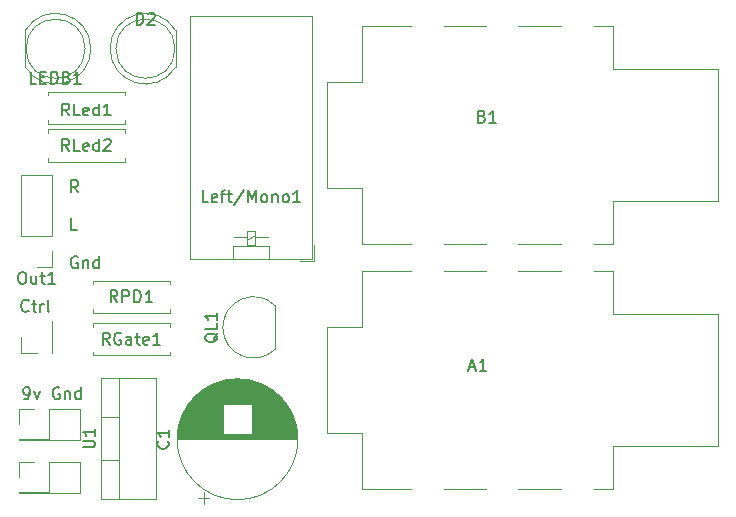
<source format=gbr>
%TF.GenerationSoftware,KiCad,Pcbnew,7.0.9*%
%TF.CreationDate,2024-06-24T14:49:53-04:00*%
%TF.ProjectId,IO,494f2e6b-6963-4616-945f-706362585858,rev?*%
%TF.SameCoordinates,Original*%
%TF.FileFunction,Legend,Top*%
%TF.FilePolarity,Positive*%
%FSLAX46Y46*%
G04 Gerber Fmt 4.6, Leading zero omitted, Abs format (unit mm)*
G04 Created by KiCad (PCBNEW 7.0.9) date 2024-06-24 14:49:53*
%MOMM*%
%LPD*%
G01*
G04 APERTURE LIST*
%ADD10C,0.150000*%
%ADD11C,0.120000*%
G04 APERTURE END LIST*
D10*
X135359398Y-110869819D02*
X135549874Y-110869819D01*
X135549874Y-110869819D02*
X135645112Y-110822200D01*
X135645112Y-110822200D02*
X135692731Y-110774580D01*
X135692731Y-110774580D02*
X135787969Y-110631723D01*
X135787969Y-110631723D02*
X135835588Y-110441247D01*
X135835588Y-110441247D02*
X135835588Y-110060295D01*
X135835588Y-110060295D02*
X135787969Y-109965057D01*
X135787969Y-109965057D02*
X135740350Y-109917438D01*
X135740350Y-109917438D02*
X135645112Y-109869819D01*
X135645112Y-109869819D02*
X135454636Y-109869819D01*
X135454636Y-109869819D02*
X135359398Y-109917438D01*
X135359398Y-109917438D02*
X135311779Y-109965057D01*
X135311779Y-109965057D02*
X135264160Y-110060295D01*
X135264160Y-110060295D02*
X135264160Y-110298390D01*
X135264160Y-110298390D02*
X135311779Y-110393628D01*
X135311779Y-110393628D02*
X135359398Y-110441247D01*
X135359398Y-110441247D02*
X135454636Y-110488866D01*
X135454636Y-110488866D02*
X135645112Y-110488866D01*
X135645112Y-110488866D02*
X135740350Y-110441247D01*
X135740350Y-110441247D02*
X135787969Y-110393628D01*
X135787969Y-110393628D02*
X135835588Y-110298390D01*
X136168922Y-110203152D02*
X136407017Y-110869819D01*
X136407017Y-110869819D02*
X136645112Y-110203152D01*
X138311779Y-109917438D02*
X138216541Y-109869819D01*
X138216541Y-109869819D02*
X138073684Y-109869819D01*
X138073684Y-109869819D02*
X137930827Y-109917438D01*
X137930827Y-109917438D02*
X137835589Y-110012676D01*
X137835589Y-110012676D02*
X137787970Y-110107914D01*
X137787970Y-110107914D02*
X137740351Y-110298390D01*
X137740351Y-110298390D02*
X137740351Y-110441247D01*
X137740351Y-110441247D02*
X137787970Y-110631723D01*
X137787970Y-110631723D02*
X137835589Y-110726961D01*
X137835589Y-110726961D02*
X137930827Y-110822200D01*
X137930827Y-110822200D02*
X138073684Y-110869819D01*
X138073684Y-110869819D02*
X138168922Y-110869819D01*
X138168922Y-110869819D02*
X138311779Y-110822200D01*
X138311779Y-110822200D02*
X138359398Y-110774580D01*
X138359398Y-110774580D02*
X138359398Y-110441247D01*
X138359398Y-110441247D02*
X138168922Y-110441247D01*
X138787970Y-110203152D02*
X138787970Y-110869819D01*
X138787970Y-110298390D02*
X138835589Y-110250771D01*
X138835589Y-110250771D02*
X138930827Y-110203152D01*
X138930827Y-110203152D02*
X139073684Y-110203152D01*
X139073684Y-110203152D02*
X139168922Y-110250771D01*
X139168922Y-110250771D02*
X139216541Y-110346009D01*
X139216541Y-110346009D02*
X139216541Y-110869819D01*
X140121303Y-110869819D02*
X140121303Y-109869819D01*
X140121303Y-110822200D02*
X140026065Y-110869819D01*
X140026065Y-110869819D02*
X139835589Y-110869819D01*
X139835589Y-110869819D02*
X139740351Y-110822200D01*
X139740351Y-110822200D02*
X139692732Y-110774580D01*
X139692732Y-110774580D02*
X139645113Y-110679342D01*
X139645113Y-110679342D02*
X139645113Y-110393628D01*
X139645113Y-110393628D02*
X139692732Y-110298390D01*
X139692732Y-110298390D02*
X139740351Y-110250771D01*
X139740351Y-110250771D02*
X139835589Y-110203152D01*
X139835589Y-110203152D02*
X140026065Y-110203152D01*
X140026065Y-110203152D02*
X140121303Y-110250771D01*
X135708207Y-103374580D02*
X135660588Y-103422200D01*
X135660588Y-103422200D02*
X135517731Y-103469819D01*
X135517731Y-103469819D02*
X135422493Y-103469819D01*
X135422493Y-103469819D02*
X135279636Y-103422200D01*
X135279636Y-103422200D02*
X135184398Y-103326961D01*
X135184398Y-103326961D02*
X135136779Y-103231723D01*
X135136779Y-103231723D02*
X135089160Y-103041247D01*
X135089160Y-103041247D02*
X135089160Y-102898390D01*
X135089160Y-102898390D02*
X135136779Y-102707914D01*
X135136779Y-102707914D02*
X135184398Y-102612676D01*
X135184398Y-102612676D02*
X135279636Y-102517438D01*
X135279636Y-102517438D02*
X135422493Y-102469819D01*
X135422493Y-102469819D02*
X135517731Y-102469819D01*
X135517731Y-102469819D02*
X135660588Y-102517438D01*
X135660588Y-102517438D02*
X135708207Y-102565057D01*
X135993922Y-102803152D02*
X136374874Y-102803152D01*
X136136779Y-102469819D02*
X136136779Y-103326961D01*
X136136779Y-103326961D02*
X136184398Y-103422200D01*
X136184398Y-103422200D02*
X136279636Y-103469819D01*
X136279636Y-103469819D02*
X136374874Y-103469819D01*
X136708208Y-103469819D02*
X136708208Y-102803152D01*
X136708208Y-102993628D02*
X136755827Y-102898390D01*
X136755827Y-102898390D02*
X136803446Y-102850771D01*
X136803446Y-102850771D02*
X136898684Y-102803152D01*
X136898684Y-102803152D02*
X136993922Y-102803152D01*
X137470113Y-103469819D02*
X137374875Y-103422200D01*
X137374875Y-103422200D02*
X137327256Y-103326961D01*
X137327256Y-103326961D02*
X137327256Y-102469819D01*
X139908207Y-93354819D02*
X139574874Y-92878628D01*
X139336779Y-93354819D02*
X139336779Y-92354819D01*
X139336779Y-92354819D02*
X139717731Y-92354819D01*
X139717731Y-92354819D02*
X139812969Y-92402438D01*
X139812969Y-92402438D02*
X139860588Y-92450057D01*
X139860588Y-92450057D02*
X139908207Y-92545295D01*
X139908207Y-92545295D02*
X139908207Y-92688152D01*
X139908207Y-92688152D02*
X139860588Y-92783390D01*
X139860588Y-92783390D02*
X139812969Y-92831009D01*
X139812969Y-92831009D02*
X139717731Y-92878628D01*
X139717731Y-92878628D02*
X139336779Y-92878628D01*
X139812969Y-96574819D02*
X139336779Y-96574819D01*
X139336779Y-96574819D02*
X139336779Y-95574819D01*
X139860588Y-98842438D02*
X139765350Y-98794819D01*
X139765350Y-98794819D02*
X139622493Y-98794819D01*
X139622493Y-98794819D02*
X139479636Y-98842438D01*
X139479636Y-98842438D02*
X139384398Y-98937676D01*
X139384398Y-98937676D02*
X139336779Y-99032914D01*
X139336779Y-99032914D02*
X139289160Y-99223390D01*
X139289160Y-99223390D02*
X139289160Y-99366247D01*
X139289160Y-99366247D02*
X139336779Y-99556723D01*
X139336779Y-99556723D02*
X139384398Y-99651961D01*
X139384398Y-99651961D02*
X139479636Y-99747200D01*
X139479636Y-99747200D02*
X139622493Y-99794819D01*
X139622493Y-99794819D02*
X139717731Y-99794819D01*
X139717731Y-99794819D02*
X139860588Y-99747200D01*
X139860588Y-99747200D02*
X139908207Y-99699580D01*
X139908207Y-99699580D02*
X139908207Y-99366247D01*
X139908207Y-99366247D02*
X139717731Y-99366247D01*
X140336779Y-99128152D02*
X140336779Y-99794819D01*
X140336779Y-99223390D02*
X140384398Y-99175771D01*
X140384398Y-99175771D02*
X140479636Y-99128152D01*
X140479636Y-99128152D02*
X140622493Y-99128152D01*
X140622493Y-99128152D02*
X140717731Y-99175771D01*
X140717731Y-99175771D02*
X140765350Y-99271009D01*
X140765350Y-99271009D02*
X140765350Y-99794819D01*
X141670112Y-99794819D02*
X141670112Y-98794819D01*
X141670112Y-99747200D02*
X141574874Y-99794819D01*
X141574874Y-99794819D02*
X141384398Y-99794819D01*
X141384398Y-99794819D02*
X141289160Y-99747200D01*
X141289160Y-99747200D02*
X141241541Y-99699580D01*
X141241541Y-99699580D02*
X141193922Y-99604342D01*
X141193922Y-99604342D02*
X141193922Y-99318628D01*
X141193922Y-99318628D02*
X141241541Y-99223390D01*
X141241541Y-99223390D02*
X141289160Y-99175771D01*
X141289160Y-99175771D02*
X141384398Y-99128152D01*
X141384398Y-99128152D02*
X141574874Y-99128152D01*
X141574874Y-99128152D02*
X141670112Y-99175771D01*
X174095238Y-86931009D02*
X174238095Y-86978628D01*
X174238095Y-86978628D02*
X174285714Y-87026247D01*
X174285714Y-87026247D02*
X174333333Y-87121485D01*
X174333333Y-87121485D02*
X174333333Y-87264342D01*
X174333333Y-87264342D02*
X174285714Y-87359580D01*
X174285714Y-87359580D02*
X174238095Y-87407200D01*
X174238095Y-87407200D02*
X174142857Y-87454819D01*
X174142857Y-87454819D02*
X173761905Y-87454819D01*
X173761905Y-87454819D02*
X173761905Y-86454819D01*
X173761905Y-86454819D02*
X174095238Y-86454819D01*
X174095238Y-86454819D02*
X174190476Y-86502438D01*
X174190476Y-86502438D02*
X174238095Y-86550057D01*
X174238095Y-86550057D02*
X174285714Y-86645295D01*
X174285714Y-86645295D02*
X174285714Y-86740533D01*
X174285714Y-86740533D02*
X174238095Y-86835771D01*
X174238095Y-86835771D02*
X174190476Y-86883390D01*
X174190476Y-86883390D02*
X174095238Y-86931009D01*
X174095238Y-86931009D02*
X173761905Y-86931009D01*
X175285714Y-87454819D02*
X174714286Y-87454819D01*
X175000000Y-87454819D02*
X175000000Y-86454819D01*
X175000000Y-86454819D02*
X174904762Y-86597676D01*
X174904762Y-86597676D02*
X174809524Y-86692914D01*
X174809524Y-86692914D02*
X174714286Y-86740533D01*
X143233333Y-102654819D02*
X142900000Y-102178628D01*
X142661905Y-102654819D02*
X142661905Y-101654819D01*
X142661905Y-101654819D02*
X143042857Y-101654819D01*
X143042857Y-101654819D02*
X143138095Y-101702438D01*
X143138095Y-101702438D02*
X143185714Y-101750057D01*
X143185714Y-101750057D02*
X143233333Y-101845295D01*
X143233333Y-101845295D02*
X143233333Y-101988152D01*
X143233333Y-101988152D02*
X143185714Y-102083390D01*
X143185714Y-102083390D02*
X143138095Y-102131009D01*
X143138095Y-102131009D02*
X143042857Y-102178628D01*
X143042857Y-102178628D02*
X142661905Y-102178628D01*
X143661905Y-102654819D02*
X143661905Y-101654819D01*
X143661905Y-101654819D02*
X144042857Y-101654819D01*
X144042857Y-101654819D02*
X144138095Y-101702438D01*
X144138095Y-101702438D02*
X144185714Y-101750057D01*
X144185714Y-101750057D02*
X144233333Y-101845295D01*
X144233333Y-101845295D02*
X144233333Y-101988152D01*
X144233333Y-101988152D02*
X144185714Y-102083390D01*
X144185714Y-102083390D02*
X144138095Y-102131009D01*
X144138095Y-102131009D02*
X144042857Y-102178628D01*
X144042857Y-102178628D02*
X143661905Y-102178628D01*
X144661905Y-102654819D02*
X144661905Y-101654819D01*
X144661905Y-101654819D02*
X144900000Y-101654819D01*
X144900000Y-101654819D02*
X145042857Y-101702438D01*
X145042857Y-101702438D02*
X145138095Y-101797676D01*
X145138095Y-101797676D02*
X145185714Y-101892914D01*
X145185714Y-101892914D02*
X145233333Y-102083390D01*
X145233333Y-102083390D02*
X145233333Y-102226247D01*
X145233333Y-102226247D02*
X145185714Y-102416723D01*
X145185714Y-102416723D02*
X145138095Y-102511961D01*
X145138095Y-102511961D02*
X145042857Y-102607200D01*
X145042857Y-102607200D02*
X144900000Y-102654819D01*
X144900000Y-102654819D02*
X144661905Y-102654819D01*
X146185714Y-102654819D02*
X145614286Y-102654819D01*
X145900000Y-102654819D02*
X145900000Y-101654819D01*
X145900000Y-101654819D02*
X145804762Y-101797676D01*
X145804762Y-101797676D02*
X145709524Y-101892914D01*
X145709524Y-101892914D02*
X145614286Y-101940533D01*
X151750057Y-105300000D02*
X151702438Y-105395238D01*
X151702438Y-105395238D02*
X151607200Y-105490476D01*
X151607200Y-105490476D02*
X151464342Y-105633333D01*
X151464342Y-105633333D02*
X151416723Y-105728571D01*
X151416723Y-105728571D02*
X151416723Y-105823809D01*
X151654819Y-105776190D02*
X151607200Y-105871428D01*
X151607200Y-105871428D02*
X151511961Y-105966666D01*
X151511961Y-105966666D02*
X151321485Y-106014285D01*
X151321485Y-106014285D02*
X150988152Y-106014285D01*
X150988152Y-106014285D02*
X150797676Y-105966666D01*
X150797676Y-105966666D02*
X150702438Y-105871428D01*
X150702438Y-105871428D02*
X150654819Y-105776190D01*
X150654819Y-105776190D02*
X150654819Y-105585714D01*
X150654819Y-105585714D02*
X150702438Y-105490476D01*
X150702438Y-105490476D02*
X150797676Y-105395238D01*
X150797676Y-105395238D02*
X150988152Y-105347619D01*
X150988152Y-105347619D02*
X151321485Y-105347619D01*
X151321485Y-105347619D02*
X151511961Y-105395238D01*
X151511961Y-105395238D02*
X151607200Y-105490476D01*
X151607200Y-105490476D02*
X151654819Y-105585714D01*
X151654819Y-105585714D02*
X151654819Y-105776190D01*
X151654819Y-104442857D02*
X151654819Y-104919047D01*
X151654819Y-104919047D02*
X150654819Y-104919047D01*
X151654819Y-103585714D02*
X151654819Y-104157142D01*
X151654819Y-103871428D02*
X150654819Y-103871428D01*
X150654819Y-103871428D02*
X150797676Y-103966666D01*
X150797676Y-103966666D02*
X150892914Y-104061904D01*
X150892914Y-104061904D02*
X150940533Y-104157142D01*
X136375952Y-84154819D02*
X135899762Y-84154819D01*
X135899762Y-84154819D02*
X135899762Y-83154819D01*
X136709286Y-83631009D02*
X137042619Y-83631009D01*
X137185476Y-84154819D02*
X136709286Y-84154819D01*
X136709286Y-84154819D02*
X136709286Y-83154819D01*
X136709286Y-83154819D02*
X137185476Y-83154819D01*
X137614048Y-84154819D02*
X137614048Y-83154819D01*
X137614048Y-83154819D02*
X137852143Y-83154819D01*
X137852143Y-83154819D02*
X137995000Y-83202438D01*
X137995000Y-83202438D02*
X138090238Y-83297676D01*
X138090238Y-83297676D02*
X138137857Y-83392914D01*
X138137857Y-83392914D02*
X138185476Y-83583390D01*
X138185476Y-83583390D02*
X138185476Y-83726247D01*
X138185476Y-83726247D02*
X138137857Y-83916723D01*
X138137857Y-83916723D02*
X138090238Y-84011961D01*
X138090238Y-84011961D02*
X137995000Y-84107200D01*
X137995000Y-84107200D02*
X137852143Y-84154819D01*
X137852143Y-84154819D02*
X137614048Y-84154819D01*
X138947381Y-83631009D02*
X139090238Y-83678628D01*
X139090238Y-83678628D02*
X139137857Y-83726247D01*
X139137857Y-83726247D02*
X139185476Y-83821485D01*
X139185476Y-83821485D02*
X139185476Y-83964342D01*
X139185476Y-83964342D02*
X139137857Y-84059580D01*
X139137857Y-84059580D02*
X139090238Y-84107200D01*
X139090238Y-84107200D02*
X138995000Y-84154819D01*
X138995000Y-84154819D02*
X138614048Y-84154819D01*
X138614048Y-84154819D02*
X138614048Y-83154819D01*
X138614048Y-83154819D02*
X138947381Y-83154819D01*
X138947381Y-83154819D02*
X139042619Y-83202438D01*
X139042619Y-83202438D02*
X139090238Y-83250057D01*
X139090238Y-83250057D02*
X139137857Y-83345295D01*
X139137857Y-83345295D02*
X139137857Y-83440533D01*
X139137857Y-83440533D02*
X139090238Y-83535771D01*
X139090238Y-83535771D02*
X139042619Y-83583390D01*
X139042619Y-83583390D02*
X138947381Y-83631009D01*
X138947381Y-83631009D02*
X138614048Y-83631009D01*
X140137857Y-84154819D02*
X139566429Y-84154819D01*
X139852143Y-84154819D02*
X139852143Y-83154819D01*
X139852143Y-83154819D02*
X139756905Y-83297676D01*
X139756905Y-83297676D02*
X139661667Y-83392914D01*
X139661667Y-83392914D02*
X139566429Y-83440533D01*
X139147618Y-89854819D02*
X138814285Y-89378628D01*
X138576190Y-89854819D02*
X138576190Y-88854819D01*
X138576190Y-88854819D02*
X138957142Y-88854819D01*
X138957142Y-88854819D02*
X139052380Y-88902438D01*
X139052380Y-88902438D02*
X139099999Y-88950057D01*
X139099999Y-88950057D02*
X139147618Y-89045295D01*
X139147618Y-89045295D02*
X139147618Y-89188152D01*
X139147618Y-89188152D02*
X139099999Y-89283390D01*
X139099999Y-89283390D02*
X139052380Y-89331009D01*
X139052380Y-89331009D02*
X138957142Y-89378628D01*
X138957142Y-89378628D02*
X138576190Y-89378628D01*
X140052380Y-89854819D02*
X139576190Y-89854819D01*
X139576190Y-89854819D02*
X139576190Y-88854819D01*
X140766666Y-89807200D02*
X140671428Y-89854819D01*
X140671428Y-89854819D02*
X140480952Y-89854819D01*
X140480952Y-89854819D02*
X140385714Y-89807200D01*
X140385714Y-89807200D02*
X140338095Y-89711961D01*
X140338095Y-89711961D02*
X140338095Y-89331009D01*
X140338095Y-89331009D02*
X140385714Y-89235771D01*
X140385714Y-89235771D02*
X140480952Y-89188152D01*
X140480952Y-89188152D02*
X140671428Y-89188152D01*
X140671428Y-89188152D02*
X140766666Y-89235771D01*
X140766666Y-89235771D02*
X140814285Y-89331009D01*
X140814285Y-89331009D02*
X140814285Y-89426247D01*
X140814285Y-89426247D02*
X140338095Y-89521485D01*
X141671428Y-89854819D02*
X141671428Y-88854819D01*
X141671428Y-89807200D02*
X141576190Y-89854819D01*
X141576190Y-89854819D02*
X141385714Y-89854819D01*
X141385714Y-89854819D02*
X141290476Y-89807200D01*
X141290476Y-89807200D02*
X141242857Y-89759580D01*
X141242857Y-89759580D02*
X141195238Y-89664342D01*
X141195238Y-89664342D02*
X141195238Y-89378628D01*
X141195238Y-89378628D02*
X141242857Y-89283390D01*
X141242857Y-89283390D02*
X141290476Y-89235771D01*
X141290476Y-89235771D02*
X141385714Y-89188152D01*
X141385714Y-89188152D02*
X141576190Y-89188152D01*
X141576190Y-89188152D02*
X141671428Y-89235771D01*
X142100000Y-88950057D02*
X142147619Y-88902438D01*
X142147619Y-88902438D02*
X142242857Y-88854819D01*
X142242857Y-88854819D02*
X142480952Y-88854819D01*
X142480952Y-88854819D02*
X142576190Y-88902438D01*
X142576190Y-88902438D02*
X142623809Y-88950057D01*
X142623809Y-88950057D02*
X142671428Y-89045295D01*
X142671428Y-89045295D02*
X142671428Y-89140533D01*
X142671428Y-89140533D02*
X142623809Y-89283390D01*
X142623809Y-89283390D02*
X142052381Y-89854819D01*
X142052381Y-89854819D02*
X142671428Y-89854819D01*
X173035714Y-108169104D02*
X173511904Y-108169104D01*
X172940476Y-108454819D02*
X173273809Y-107454819D01*
X173273809Y-107454819D02*
X173607142Y-108454819D01*
X174464285Y-108454819D02*
X173892857Y-108454819D01*
X174178571Y-108454819D02*
X174178571Y-107454819D01*
X174178571Y-107454819D02*
X174083333Y-107597676D01*
X174083333Y-107597676D02*
X173988095Y-107692914D01*
X173988095Y-107692914D02*
X173892857Y-107740533D01*
X139147618Y-86854819D02*
X138814285Y-86378628D01*
X138576190Y-86854819D02*
X138576190Y-85854819D01*
X138576190Y-85854819D02*
X138957142Y-85854819D01*
X138957142Y-85854819D02*
X139052380Y-85902438D01*
X139052380Y-85902438D02*
X139099999Y-85950057D01*
X139099999Y-85950057D02*
X139147618Y-86045295D01*
X139147618Y-86045295D02*
X139147618Y-86188152D01*
X139147618Y-86188152D02*
X139099999Y-86283390D01*
X139099999Y-86283390D02*
X139052380Y-86331009D01*
X139052380Y-86331009D02*
X138957142Y-86378628D01*
X138957142Y-86378628D02*
X138576190Y-86378628D01*
X140052380Y-86854819D02*
X139576190Y-86854819D01*
X139576190Y-86854819D02*
X139576190Y-85854819D01*
X140766666Y-86807200D02*
X140671428Y-86854819D01*
X140671428Y-86854819D02*
X140480952Y-86854819D01*
X140480952Y-86854819D02*
X140385714Y-86807200D01*
X140385714Y-86807200D02*
X140338095Y-86711961D01*
X140338095Y-86711961D02*
X140338095Y-86331009D01*
X140338095Y-86331009D02*
X140385714Y-86235771D01*
X140385714Y-86235771D02*
X140480952Y-86188152D01*
X140480952Y-86188152D02*
X140671428Y-86188152D01*
X140671428Y-86188152D02*
X140766666Y-86235771D01*
X140766666Y-86235771D02*
X140814285Y-86331009D01*
X140814285Y-86331009D02*
X140814285Y-86426247D01*
X140814285Y-86426247D02*
X140338095Y-86521485D01*
X141671428Y-86854819D02*
X141671428Y-85854819D01*
X141671428Y-86807200D02*
X141576190Y-86854819D01*
X141576190Y-86854819D02*
X141385714Y-86854819D01*
X141385714Y-86854819D02*
X141290476Y-86807200D01*
X141290476Y-86807200D02*
X141242857Y-86759580D01*
X141242857Y-86759580D02*
X141195238Y-86664342D01*
X141195238Y-86664342D02*
X141195238Y-86378628D01*
X141195238Y-86378628D02*
X141242857Y-86283390D01*
X141242857Y-86283390D02*
X141290476Y-86235771D01*
X141290476Y-86235771D02*
X141385714Y-86188152D01*
X141385714Y-86188152D02*
X141576190Y-86188152D01*
X141576190Y-86188152D02*
X141671428Y-86235771D01*
X142671428Y-86854819D02*
X142100000Y-86854819D01*
X142385714Y-86854819D02*
X142385714Y-85854819D01*
X142385714Y-85854819D02*
X142290476Y-85997676D01*
X142290476Y-85997676D02*
X142195238Y-86092914D01*
X142195238Y-86092914D02*
X142100000Y-86140533D01*
X150933451Y-94204819D02*
X150457261Y-94204819D01*
X150457261Y-94204819D02*
X150457261Y-93204819D01*
X151647737Y-94157200D02*
X151552499Y-94204819D01*
X151552499Y-94204819D02*
X151362023Y-94204819D01*
X151362023Y-94204819D02*
X151266785Y-94157200D01*
X151266785Y-94157200D02*
X151219166Y-94061961D01*
X151219166Y-94061961D02*
X151219166Y-93681009D01*
X151219166Y-93681009D02*
X151266785Y-93585771D01*
X151266785Y-93585771D02*
X151362023Y-93538152D01*
X151362023Y-93538152D02*
X151552499Y-93538152D01*
X151552499Y-93538152D02*
X151647737Y-93585771D01*
X151647737Y-93585771D02*
X151695356Y-93681009D01*
X151695356Y-93681009D02*
X151695356Y-93776247D01*
X151695356Y-93776247D02*
X151219166Y-93871485D01*
X151981071Y-93538152D02*
X152362023Y-93538152D01*
X152123928Y-94204819D02*
X152123928Y-93347676D01*
X152123928Y-93347676D02*
X152171547Y-93252438D01*
X152171547Y-93252438D02*
X152266785Y-93204819D01*
X152266785Y-93204819D02*
X152362023Y-93204819D01*
X152552500Y-93538152D02*
X152933452Y-93538152D01*
X152695357Y-93204819D02*
X152695357Y-94061961D01*
X152695357Y-94061961D02*
X152742976Y-94157200D01*
X152742976Y-94157200D02*
X152838214Y-94204819D01*
X152838214Y-94204819D02*
X152933452Y-94204819D01*
X153981071Y-93157200D02*
X153123929Y-94442914D01*
X154314405Y-94204819D02*
X154314405Y-93204819D01*
X154314405Y-93204819D02*
X154647738Y-93919104D01*
X154647738Y-93919104D02*
X154981071Y-93204819D01*
X154981071Y-93204819D02*
X154981071Y-94204819D01*
X155600119Y-94204819D02*
X155504881Y-94157200D01*
X155504881Y-94157200D02*
X155457262Y-94109580D01*
X155457262Y-94109580D02*
X155409643Y-94014342D01*
X155409643Y-94014342D02*
X155409643Y-93728628D01*
X155409643Y-93728628D02*
X155457262Y-93633390D01*
X155457262Y-93633390D02*
X155504881Y-93585771D01*
X155504881Y-93585771D02*
X155600119Y-93538152D01*
X155600119Y-93538152D02*
X155742976Y-93538152D01*
X155742976Y-93538152D02*
X155838214Y-93585771D01*
X155838214Y-93585771D02*
X155885833Y-93633390D01*
X155885833Y-93633390D02*
X155933452Y-93728628D01*
X155933452Y-93728628D02*
X155933452Y-94014342D01*
X155933452Y-94014342D02*
X155885833Y-94109580D01*
X155885833Y-94109580D02*
X155838214Y-94157200D01*
X155838214Y-94157200D02*
X155742976Y-94204819D01*
X155742976Y-94204819D02*
X155600119Y-94204819D01*
X156362024Y-93538152D02*
X156362024Y-94204819D01*
X156362024Y-93633390D02*
X156409643Y-93585771D01*
X156409643Y-93585771D02*
X156504881Y-93538152D01*
X156504881Y-93538152D02*
X156647738Y-93538152D01*
X156647738Y-93538152D02*
X156742976Y-93585771D01*
X156742976Y-93585771D02*
X156790595Y-93681009D01*
X156790595Y-93681009D02*
X156790595Y-94204819D01*
X157409643Y-94204819D02*
X157314405Y-94157200D01*
X157314405Y-94157200D02*
X157266786Y-94109580D01*
X157266786Y-94109580D02*
X157219167Y-94014342D01*
X157219167Y-94014342D02*
X157219167Y-93728628D01*
X157219167Y-93728628D02*
X157266786Y-93633390D01*
X157266786Y-93633390D02*
X157314405Y-93585771D01*
X157314405Y-93585771D02*
X157409643Y-93538152D01*
X157409643Y-93538152D02*
X157552500Y-93538152D01*
X157552500Y-93538152D02*
X157647738Y-93585771D01*
X157647738Y-93585771D02*
X157695357Y-93633390D01*
X157695357Y-93633390D02*
X157742976Y-93728628D01*
X157742976Y-93728628D02*
X157742976Y-94014342D01*
X157742976Y-94014342D02*
X157695357Y-94109580D01*
X157695357Y-94109580D02*
X157647738Y-94157200D01*
X157647738Y-94157200D02*
X157552500Y-94204819D01*
X157552500Y-94204819D02*
X157409643Y-94204819D01*
X158695357Y-94204819D02*
X158123929Y-94204819D01*
X158409643Y-94204819D02*
X158409643Y-93204819D01*
X158409643Y-93204819D02*
X158314405Y-93347676D01*
X158314405Y-93347676D02*
X158219167Y-93442914D01*
X158219167Y-93442914D02*
X158123929Y-93490533D01*
X147509580Y-114434343D02*
X147557200Y-114481962D01*
X147557200Y-114481962D02*
X147604819Y-114624819D01*
X147604819Y-114624819D02*
X147604819Y-114720057D01*
X147604819Y-114720057D02*
X147557200Y-114862914D01*
X147557200Y-114862914D02*
X147461961Y-114958152D01*
X147461961Y-114958152D02*
X147366723Y-115005771D01*
X147366723Y-115005771D02*
X147176247Y-115053390D01*
X147176247Y-115053390D02*
X147033390Y-115053390D01*
X147033390Y-115053390D02*
X146842914Y-115005771D01*
X146842914Y-115005771D02*
X146747676Y-114958152D01*
X146747676Y-114958152D02*
X146652438Y-114862914D01*
X146652438Y-114862914D02*
X146604819Y-114720057D01*
X146604819Y-114720057D02*
X146604819Y-114624819D01*
X146604819Y-114624819D02*
X146652438Y-114481962D01*
X146652438Y-114481962D02*
X146700057Y-114434343D01*
X147604819Y-113481962D02*
X147604819Y-114053390D01*
X147604819Y-113767676D02*
X146604819Y-113767676D01*
X146604819Y-113767676D02*
X146747676Y-113862914D01*
X146747676Y-113862914D02*
X146842914Y-113958152D01*
X146842914Y-113958152D02*
X146890533Y-114053390D01*
X140329819Y-114961904D02*
X141139342Y-114961904D01*
X141139342Y-114961904D02*
X141234580Y-114914285D01*
X141234580Y-114914285D02*
X141282200Y-114866666D01*
X141282200Y-114866666D02*
X141329819Y-114771428D01*
X141329819Y-114771428D02*
X141329819Y-114580952D01*
X141329819Y-114580952D02*
X141282200Y-114485714D01*
X141282200Y-114485714D02*
X141234580Y-114438095D01*
X141234580Y-114438095D02*
X141139342Y-114390476D01*
X141139342Y-114390476D02*
X140329819Y-114390476D01*
X141329819Y-113390476D02*
X141329819Y-113961904D01*
X141329819Y-113676190D02*
X140329819Y-113676190D01*
X140329819Y-113676190D02*
X140472676Y-113771428D01*
X140472676Y-113771428D02*
X140567914Y-113866666D01*
X140567914Y-113866666D02*
X140615533Y-113961904D01*
X142566666Y-106254819D02*
X142233333Y-105778628D01*
X141995238Y-106254819D02*
X141995238Y-105254819D01*
X141995238Y-105254819D02*
X142376190Y-105254819D01*
X142376190Y-105254819D02*
X142471428Y-105302438D01*
X142471428Y-105302438D02*
X142519047Y-105350057D01*
X142519047Y-105350057D02*
X142566666Y-105445295D01*
X142566666Y-105445295D02*
X142566666Y-105588152D01*
X142566666Y-105588152D02*
X142519047Y-105683390D01*
X142519047Y-105683390D02*
X142471428Y-105731009D01*
X142471428Y-105731009D02*
X142376190Y-105778628D01*
X142376190Y-105778628D02*
X141995238Y-105778628D01*
X143519047Y-105302438D02*
X143423809Y-105254819D01*
X143423809Y-105254819D02*
X143280952Y-105254819D01*
X143280952Y-105254819D02*
X143138095Y-105302438D01*
X143138095Y-105302438D02*
X143042857Y-105397676D01*
X143042857Y-105397676D02*
X142995238Y-105492914D01*
X142995238Y-105492914D02*
X142947619Y-105683390D01*
X142947619Y-105683390D02*
X142947619Y-105826247D01*
X142947619Y-105826247D02*
X142995238Y-106016723D01*
X142995238Y-106016723D02*
X143042857Y-106111961D01*
X143042857Y-106111961D02*
X143138095Y-106207200D01*
X143138095Y-106207200D02*
X143280952Y-106254819D01*
X143280952Y-106254819D02*
X143376190Y-106254819D01*
X143376190Y-106254819D02*
X143519047Y-106207200D01*
X143519047Y-106207200D02*
X143566666Y-106159580D01*
X143566666Y-106159580D02*
X143566666Y-105826247D01*
X143566666Y-105826247D02*
X143376190Y-105826247D01*
X144423809Y-106254819D02*
X144423809Y-105731009D01*
X144423809Y-105731009D02*
X144376190Y-105635771D01*
X144376190Y-105635771D02*
X144280952Y-105588152D01*
X144280952Y-105588152D02*
X144090476Y-105588152D01*
X144090476Y-105588152D02*
X143995238Y-105635771D01*
X144423809Y-106207200D02*
X144328571Y-106254819D01*
X144328571Y-106254819D02*
X144090476Y-106254819D01*
X144090476Y-106254819D02*
X143995238Y-106207200D01*
X143995238Y-106207200D02*
X143947619Y-106111961D01*
X143947619Y-106111961D02*
X143947619Y-106016723D01*
X143947619Y-106016723D02*
X143995238Y-105921485D01*
X143995238Y-105921485D02*
X144090476Y-105873866D01*
X144090476Y-105873866D02*
X144328571Y-105873866D01*
X144328571Y-105873866D02*
X144423809Y-105826247D01*
X144757143Y-105588152D02*
X145138095Y-105588152D01*
X144900000Y-105254819D02*
X144900000Y-106111961D01*
X144900000Y-106111961D02*
X144947619Y-106207200D01*
X144947619Y-106207200D02*
X145042857Y-106254819D01*
X145042857Y-106254819D02*
X145138095Y-106254819D01*
X145852381Y-106207200D02*
X145757143Y-106254819D01*
X145757143Y-106254819D02*
X145566667Y-106254819D01*
X145566667Y-106254819D02*
X145471429Y-106207200D01*
X145471429Y-106207200D02*
X145423810Y-106111961D01*
X145423810Y-106111961D02*
X145423810Y-105731009D01*
X145423810Y-105731009D02*
X145471429Y-105635771D01*
X145471429Y-105635771D02*
X145566667Y-105588152D01*
X145566667Y-105588152D02*
X145757143Y-105588152D01*
X145757143Y-105588152D02*
X145852381Y-105635771D01*
X145852381Y-105635771D02*
X145900000Y-105731009D01*
X145900000Y-105731009D02*
X145900000Y-105826247D01*
X145900000Y-105826247D02*
X145423810Y-105921485D01*
X146852381Y-106254819D02*
X146280953Y-106254819D01*
X146566667Y-106254819D02*
X146566667Y-105254819D01*
X146566667Y-105254819D02*
X146471429Y-105397676D01*
X146471429Y-105397676D02*
X146376191Y-105492914D01*
X146376191Y-105492914D02*
X146280953Y-105540533D01*
X144866905Y-79154819D02*
X144866905Y-78154819D01*
X144866905Y-78154819D02*
X145105000Y-78154819D01*
X145105000Y-78154819D02*
X145247857Y-78202438D01*
X145247857Y-78202438D02*
X145343095Y-78297676D01*
X145343095Y-78297676D02*
X145390714Y-78392914D01*
X145390714Y-78392914D02*
X145438333Y-78583390D01*
X145438333Y-78583390D02*
X145438333Y-78726247D01*
X145438333Y-78726247D02*
X145390714Y-78916723D01*
X145390714Y-78916723D02*
X145343095Y-79011961D01*
X145343095Y-79011961D02*
X145247857Y-79107200D01*
X145247857Y-79107200D02*
X145105000Y-79154819D01*
X145105000Y-79154819D02*
X144866905Y-79154819D01*
X145819286Y-78250057D02*
X145866905Y-78202438D01*
X145866905Y-78202438D02*
X145962143Y-78154819D01*
X145962143Y-78154819D02*
X146200238Y-78154819D01*
X146200238Y-78154819D02*
X146295476Y-78202438D01*
X146295476Y-78202438D02*
X146343095Y-78250057D01*
X146343095Y-78250057D02*
X146390714Y-78345295D01*
X146390714Y-78345295D02*
X146390714Y-78440533D01*
X146390714Y-78440533D02*
X146343095Y-78583390D01*
X146343095Y-78583390D02*
X145771667Y-79154819D01*
X145771667Y-79154819D02*
X146390714Y-79154819D01*
X135090476Y-100109819D02*
X135280952Y-100109819D01*
X135280952Y-100109819D02*
X135376190Y-100157438D01*
X135376190Y-100157438D02*
X135471428Y-100252676D01*
X135471428Y-100252676D02*
X135519047Y-100443152D01*
X135519047Y-100443152D02*
X135519047Y-100776485D01*
X135519047Y-100776485D02*
X135471428Y-100966961D01*
X135471428Y-100966961D02*
X135376190Y-101062200D01*
X135376190Y-101062200D02*
X135280952Y-101109819D01*
X135280952Y-101109819D02*
X135090476Y-101109819D01*
X135090476Y-101109819D02*
X134995238Y-101062200D01*
X134995238Y-101062200D02*
X134900000Y-100966961D01*
X134900000Y-100966961D02*
X134852381Y-100776485D01*
X134852381Y-100776485D02*
X134852381Y-100443152D01*
X134852381Y-100443152D02*
X134900000Y-100252676D01*
X134900000Y-100252676D02*
X134995238Y-100157438D01*
X134995238Y-100157438D02*
X135090476Y-100109819D01*
X136376190Y-100443152D02*
X136376190Y-101109819D01*
X135947619Y-100443152D02*
X135947619Y-100966961D01*
X135947619Y-100966961D02*
X135995238Y-101062200D01*
X135995238Y-101062200D02*
X136090476Y-101109819D01*
X136090476Y-101109819D02*
X136233333Y-101109819D01*
X136233333Y-101109819D02*
X136328571Y-101062200D01*
X136328571Y-101062200D02*
X136376190Y-101014580D01*
X136709524Y-100443152D02*
X137090476Y-100443152D01*
X136852381Y-100109819D02*
X136852381Y-100966961D01*
X136852381Y-100966961D02*
X136900000Y-101062200D01*
X136900000Y-101062200D02*
X136995238Y-101109819D01*
X136995238Y-101109819D02*
X137090476Y-101109819D01*
X137947619Y-101109819D02*
X137376191Y-101109819D01*
X137661905Y-101109819D02*
X137661905Y-100109819D01*
X137661905Y-100109819D02*
X137566667Y-100252676D01*
X137566667Y-100252676D02*
X137471429Y-100347914D01*
X137471429Y-100347914D02*
X137376191Y-100395533D01*
D11*
%TO.C,B1*%
X160955000Y-84030000D02*
X163955000Y-84030000D01*
X160955000Y-92930000D02*
X160955000Y-84030000D01*
X160955000Y-92970000D02*
X163955000Y-92970000D01*
X163955000Y-79280000D02*
X168075000Y-79280000D01*
X163955000Y-84030000D02*
X163955000Y-79280000D01*
X163955000Y-97720000D02*
X163955000Y-92970000D01*
X168075000Y-97720000D02*
X163955000Y-97720000D01*
X170875000Y-79280000D02*
X174475000Y-79280000D01*
X174475000Y-97720000D02*
X170875000Y-97720000D01*
X177175000Y-79280000D02*
X180775000Y-79280000D01*
X180775000Y-97720000D02*
X177175000Y-97720000D01*
X185195000Y-79280000D02*
X183575000Y-79280000D01*
X185195000Y-82880000D02*
X185195000Y-79280000D01*
X185195000Y-82880000D02*
X194045000Y-82880000D01*
X185195000Y-94120000D02*
X194045000Y-94120000D01*
X185195000Y-97720000D02*
X183575000Y-97720000D01*
X185195000Y-97720000D02*
X185195000Y-94120000D01*
X194045000Y-94120000D02*
X194045000Y-82880000D01*
%TO.C,RPD1*%
X141130000Y-100830000D02*
X141130000Y-101160000D01*
X141130000Y-103570000D02*
X141130000Y-103240000D01*
X147670000Y-100830000D02*
X141130000Y-100830000D01*
X147670000Y-101160000D02*
X147670000Y-100830000D01*
X147670000Y-103240000D02*
X147670000Y-103570000D01*
X147670000Y-103570000D02*
X141130000Y-103570000D01*
%TO.C,QL1*%
X156610000Y-106600000D02*
X156610000Y-103000000D01*
X152160000Y-104800000D02*
G75*
G03*
X156598478Y-106638478I2600000J0D01*
G01*
X156598478Y-102961522D02*
G75*
G03*
X152160000Y-104800000I-1838478J-1838478D01*
G01*
%TO.C,LEDB1*%
X135435000Y-79655000D02*
X135435000Y-82745000D01*
X140984999Y-81200462D02*
G75*
G03*
X135435001Y-79655170I-2989999J462D01*
G01*
X135435000Y-82744830D02*
G75*
G03*
X140985000Y-81199538I2560000J1544830D01*
G01*
X140495000Y-81200000D02*
G75*
G03*
X140495000Y-81200000I-2500000J0D01*
G01*
%TO.C,J3*%
X134870000Y-111670000D02*
X136200000Y-111670000D01*
X134870000Y-113000000D02*
X134870000Y-111670000D01*
X134870000Y-114270000D02*
X134870000Y-114330000D01*
X134870000Y-114270000D02*
X137470000Y-114270000D01*
X134870000Y-114330000D02*
X140070000Y-114330000D01*
X137470000Y-111670000D02*
X140070000Y-111670000D01*
X137470000Y-114270000D02*
X137470000Y-111670000D01*
X140070000Y-111670000D02*
X140070000Y-114330000D01*
%TO.C,RLed2*%
X143870000Y-90770000D02*
X137330000Y-90770000D01*
X143870000Y-90440000D02*
X143870000Y-90770000D01*
X143870000Y-88360000D02*
X143870000Y-88030000D01*
X143870000Y-88030000D02*
X137330000Y-88030000D01*
X137330000Y-90770000D02*
X137330000Y-90440000D01*
X137330000Y-88030000D02*
X137330000Y-88360000D01*
%TO.C,A1*%
X160955000Y-104780000D02*
X163955000Y-104780000D01*
X160955000Y-113680000D02*
X160955000Y-104780000D01*
X160955000Y-113720000D02*
X163955000Y-113720000D01*
X163955000Y-100030000D02*
X168075000Y-100030000D01*
X163955000Y-104780000D02*
X163955000Y-100030000D01*
X163955000Y-118470000D02*
X163955000Y-113720000D01*
X168075000Y-118470000D02*
X163955000Y-118470000D01*
X170875000Y-100030000D02*
X174475000Y-100030000D01*
X174475000Y-118470000D02*
X170875000Y-118470000D01*
X177175000Y-100030000D02*
X180775000Y-100030000D01*
X180775000Y-118470000D02*
X177175000Y-118470000D01*
X185195000Y-100030000D02*
X183575000Y-100030000D01*
X185195000Y-103630000D02*
X185195000Y-100030000D01*
X185195000Y-103630000D02*
X194045000Y-103630000D01*
X185195000Y-114870000D02*
X194045000Y-114870000D01*
X185195000Y-118470000D02*
X183575000Y-118470000D01*
X185195000Y-118470000D02*
X185195000Y-114870000D01*
X194045000Y-114870000D02*
X194045000Y-103630000D01*
%TO.C,RLed1*%
X143870000Y-87570000D02*
X137330000Y-87570000D01*
X143870000Y-87240000D02*
X143870000Y-87570000D01*
X143870000Y-85160000D02*
X143870000Y-84830000D01*
X143870000Y-84830000D02*
X137330000Y-84830000D01*
X137330000Y-87570000D02*
X137330000Y-87240000D01*
X137330000Y-84830000D02*
X137330000Y-85160000D01*
%TO.C,Left/Mono1*%
X159902500Y-99157500D02*
X158692500Y-99157500D01*
X159902500Y-97857500D02*
X159902500Y-99157500D01*
X159742500Y-99007500D02*
X159742500Y-78417500D01*
X159742500Y-78417500D02*
X149362500Y-78417500D01*
X156062500Y-99007500D02*
X156062500Y-97967500D01*
X156062500Y-97947500D02*
X153062500Y-97947500D01*
X154892500Y-97797500D02*
X154892500Y-96597500D01*
X154892500Y-97167500D02*
X155992500Y-97167500D01*
X154892500Y-96997500D02*
X154192500Y-97397500D01*
X154892500Y-96597500D02*
X154192500Y-96597500D01*
X154192500Y-97797500D02*
X154892500Y-97797500D01*
X154192500Y-97167500D02*
X153092500Y-97167500D01*
X154192500Y-96597500D02*
X154192500Y-97797500D01*
X153062500Y-97947500D02*
X153062500Y-99007500D01*
X149362500Y-99007500D02*
X159742500Y-99007500D01*
X149362500Y-78417500D02*
X149362500Y-99007500D01*
%TO.C,C1*%
X150525000Y-119747323D02*
X150525000Y-118747323D01*
X150025000Y-119247323D02*
X151025000Y-119247323D01*
X148320000Y-114267677D02*
X158480000Y-114267677D01*
X148320000Y-114227677D02*
X158480000Y-114227677D01*
X148320000Y-114187677D02*
X158480000Y-114187677D01*
X148321000Y-114147677D02*
X158479000Y-114147677D01*
X148322000Y-114107677D02*
X158478000Y-114107677D01*
X148323000Y-114067677D02*
X158477000Y-114067677D01*
X148325000Y-114027677D02*
X158475000Y-114027677D01*
X148327000Y-113987677D02*
X158473000Y-113987677D01*
X148330000Y-113947677D02*
X158470000Y-113947677D01*
X148332000Y-113907677D02*
X158468000Y-113907677D01*
X148335000Y-113867677D02*
X158465000Y-113867677D01*
X148338000Y-113827677D02*
X158462000Y-113827677D01*
X148342000Y-113787677D02*
X158458000Y-113787677D01*
X148346000Y-113747677D02*
X152159000Y-113747677D01*
X154641000Y-113747677D02*
X158454000Y-113747677D01*
X148350000Y-113707677D02*
X152159000Y-113707677D01*
X154641000Y-113707677D02*
X158450000Y-113707677D01*
X148355000Y-113667677D02*
X152159000Y-113667677D01*
X154641000Y-113667677D02*
X158445000Y-113667677D01*
X148360000Y-113627677D02*
X152159000Y-113627677D01*
X154641000Y-113627677D02*
X158440000Y-113627677D01*
X148365000Y-113587677D02*
X152159000Y-113587677D01*
X154641000Y-113587677D02*
X158435000Y-113587677D01*
X148370000Y-113546677D02*
X152159000Y-113546677D01*
X154641000Y-113546677D02*
X158430000Y-113546677D01*
X148376000Y-113506677D02*
X152159000Y-113506677D01*
X154641000Y-113506677D02*
X158424000Y-113506677D01*
X148382000Y-113466677D02*
X152159000Y-113466677D01*
X154641000Y-113466677D02*
X158418000Y-113466677D01*
X148389000Y-113426677D02*
X152159000Y-113426677D01*
X154641000Y-113426677D02*
X158411000Y-113426677D01*
X148396000Y-113386677D02*
X152159000Y-113386677D01*
X154641000Y-113386677D02*
X158404000Y-113386677D01*
X148403000Y-113346677D02*
X152159000Y-113346677D01*
X154641000Y-113346677D02*
X158397000Y-113346677D01*
X148410000Y-113306677D02*
X152159000Y-113306677D01*
X154641000Y-113306677D02*
X158390000Y-113306677D01*
X148418000Y-113266677D02*
X152159000Y-113266677D01*
X154641000Y-113266677D02*
X158382000Y-113266677D01*
X148426000Y-113226677D02*
X152159000Y-113226677D01*
X154641000Y-113226677D02*
X158374000Y-113226677D01*
X148435000Y-113186677D02*
X152159000Y-113186677D01*
X154641000Y-113186677D02*
X158365000Y-113186677D01*
X148444000Y-113146677D02*
X152159000Y-113146677D01*
X154641000Y-113146677D02*
X158356000Y-113146677D01*
X148453000Y-113106677D02*
X152159000Y-113106677D01*
X154641000Y-113106677D02*
X158347000Y-113106677D01*
X148462000Y-113066677D02*
X152159000Y-113066677D01*
X154641000Y-113066677D02*
X158338000Y-113066677D01*
X148472000Y-113026677D02*
X152159000Y-113026677D01*
X154641000Y-113026677D02*
X158328000Y-113026677D01*
X148482000Y-112986677D02*
X152159000Y-112986677D01*
X154641000Y-112986677D02*
X158318000Y-112986677D01*
X148493000Y-112946677D02*
X152159000Y-112946677D01*
X154641000Y-112946677D02*
X158307000Y-112946677D01*
X148503000Y-112906677D02*
X152159000Y-112906677D01*
X154641000Y-112906677D02*
X158297000Y-112906677D01*
X148515000Y-112866677D02*
X152159000Y-112866677D01*
X154641000Y-112866677D02*
X158285000Y-112866677D01*
X148526000Y-112826677D02*
X152159000Y-112826677D01*
X154641000Y-112826677D02*
X158274000Y-112826677D01*
X148538000Y-112786677D02*
X152159000Y-112786677D01*
X154641000Y-112786677D02*
X158262000Y-112786677D01*
X148550000Y-112746677D02*
X152159000Y-112746677D01*
X154641000Y-112746677D02*
X158250000Y-112746677D01*
X148563000Y-112706677D02*
X152159000Y-112706677D01*
X154641000Y-112706677D02*
X158237000Y-112706677D01*
X148576000Y-112666677D02*
X152159000Y-112666677D01*
X154641000Y-112666677D02*
X158224000Y-112666677D01*
X148589000Y-112626677D02*
X152159000Y-112626677D01*
X154641000Y-112626677D02*
X158211000Y-112626677D01*
X148603000Y-112586677D02*
X152159000Y-112586677D01*
X154641000Y-112586677D02*
X158197000Y-112586677D01*
X148617000Y-112546677D02*
X152159000Y-112546677D01*
X154641000Y-112546677D02*
X158183000Y-112546677D01*
X148632000Y-112506677D02*
X152159000Y-112506677D01*
X154641000Y-112506677D02*
X158168000Y-112506677D01*
X148646000Y-112466677D02*
X152159000Y-112466677D01*
X154641000Y-112466677D02*
X158154000Y-112466677D01*
X148662000Y-112426677D02*
X152159000Y-112426677D01*
X154641000Y-112426677D02*
X158138000Y-112426677D01*
X148677000Y-112386677D02*
X152159000Y-112386677D01*
X154641000Y-112386677D02*
X158123000Y-112386677D01*
X148693000Y-112346677D02*
X152159000Y-112346677D01*
X154641000Y-112346677D02*
X158107000Y-112346677D01*
X148710000Y-112306677D02*
X152159000Y-112306677D01*
X154641000Y-112306677D02*
X158090000Y-112306677D01*
X148726000Y-112266677D02*
X152159000Y-112266677D01*
X154641000Y-112266677D02*
X158074000Y-112266677D01*
X148743000Y-112226677D02*
X152159000Y-112226677D01*
X154641000Y-112226677D02*
X158057000Y-112226677D01*
X148761000Y-112186677D02*
X152159000Y-112186677D01*
X154641000Y-112186677D02*
X158039000Y-112186677D01*
X148779000Y-112146677D02*
X152159000Y-112146677D01*
X154641000Y-112146677D02*
X158021000Y-112146677D01*
X148797000Y-112106677D02*
X152159000Y-112106677D01*
X154641000Y-112106677D02*
X158003000Y-112106677D01*
X148816000Y-112066677D02*
X152159000Y-112066677D01*
X154641000Y-112066677D02*
X157984000Y-112066677D01*
X148836000Y-112026677D02*
X152159000Y-112026677D01*
X154641000Y-112026677D02*
X157964000Y-112026677D01*
X148855000Y-111986677D02*
X152159000Y-111986677D01*
X154641000Y-111986677D02*
X157945000Y-111986677D01*
X148875000Y-111946677D02*
X152159000Y-111946677D01*
X154641000Y-111946677D02*
X157925000Y-111946677D01*
X148896000Y-111906677D02*
X152159000Y-111906677D01*
X154641000Y-111906677D02*
X157904000Y-111906677D01*
X148917000Y-111866677D02*
X152159000Y-111866677D01*
X154641000Y-111866677D02*
X157883000Y-111866677D01*
X148938000Y-111826677D02*
X152159000Y-111826677D01*
X154641000Y-111826677D02*
X157862000Y-111826677D01*
X148960000Y-111786677D02*
X152159000Y-111786677D01*
X154641000Y-111786677D02*
X157840000Y-111786677D01*
X148983000Y-111746677D02*
X152159000Y-111746677D01*
X154641000Y-111746677D02*
X157817000Y-111746677D01*
X149005000Y-111706677D02*
X152159000Y-111706677D01*
X154641000Y-111706677D02*
X157795000Y-111706677D01*
X149029000Y-111666677D02*
X152159000Y-111666677D01*
X154641000Y-111666677D02*
X157771000Y-111666677D01*
X149053000Y-111626677D02*
X152159000Y-111626677D01*
X154641000Y-111626677D02*
X157747000Y-111626677D01*
X149077000Y-111586677D02*
X152159000Y-111586677D01*
X154641000Y-111586677D02*
X157723000Y-111586677D01*
X149102000Y-111546677D02*
X152159000Y-111546677D01*
X154641000Y-111546677D02*
X157698000Y-111546677D01*
X149127000Y-111506677D02*
X152159000Y-111506677D01*
X154641000Y-111506677D02*
X157673000Y-111506677D01*
X149153000Y-111466677D02*
X152159000Y-111466677D01*
X154641000Y-111466677D02*
X157647000Y-111466677D01*
X149179000Y-111426677D02*
X152159000Y-111426677D01*
X154641000Y-111426677D02*
X157621000Y-111426677D01*
X149206000Y-111386677D02*
X152159000Y-111386677D01*
X154641000Y-111386677D02*
X157594000Y-111386677D01*
X149234000Y-111346677D02*
X152159000Y-111346677D01*
X154641000Y-111346677D02*
X157566000Y-111346677D01*
X149262000Y-111306677D02*
X152159000Y-111306677D01*
X154641000Y-111306677D02*
X157538000Y-111306677D01*
X149290000Y-111266677D02*
X157510000Y-111266677D01*
X149320000Y-111226677D02*
X157480000Y-111226677D01*
X149350000Y-111186677D02*
X157450000Y-111186677D01*
X149380000Y-111146677D02*
X157420000Y-111146677D01*
X149411000Y-111106677D02*
X157389000Y-111106677D01*
X149443000Y-111066677D02*
X157357000Y-111066677D01*
X149475000Y-111026677D02*
X157325000Y-111026677D01*
X149508000Y-110986677D02*
X157292000Y-110986677D01*
X149542000Y-110946677D02*
X157258000Y-110946677D01*
X149576000Y-110906677D02*
X157224000Y-110906677D01*
X149611000Y-110866677D02*
X157189000Y-110866677D01*
X149647000Y-110826677D02*
X157153000Y-110826677D01*
X149684000Y-110786677D02*
X157116000Y-110786677D01*
X149721000Y-110746677D02*
X157079000Y-110746677D01*
X149760000Y-110706677D02*
X157040000Y-110706677D01*
X149799000Y-110666677D02*
X157001000Y-110666677D01*
X149839000Y-110626677D02*
X156961000Y-110626677D01*
X149880000Y-110586677D02*
X156920000Y-110586677D01*
X149922000Y-110546677D02*
X156878000Y-110546677D01*
X149964000Y-110506677D02*
X156836000Y-110506677D01*
X150008000Y-110466677D02*
X156792000Y-110466677D01*
X150053000Y-110426677D02*
X156747000Y-110426677D01*
X150099000Y-110386677D02*
X156701000Y-110386677D01*
X150146000Y-110346677D02*
X156654000Y-110346677D01*
X150194000Y-110306677D02*
X156606000Y-110306677D01*
X150244000Y-110266677D02*
X156556000Y-110266677D01*
X150294000Y-110226677D02*
X156506000Y-110226677D01*
X150346000Y-110186677D02*
X156454000Y-110186677D01*
X150400000Y-110146677D02*
X156400000Y-110146677D01*
X150455000Y-110106677D02*
X156345000Y-110106677D01*
X150511000Y-110066677D02*
X156289000Y-110066677D01*
X150570000Y-110026677D02*
X156230000Y-110026677D01*
X150630000Y-109986677D02*
X156170000Y-109986677D01*
X150691000Y-109946677D02*
X156109000Y-109946677D01*
X150755000Y-109906677D02*
X156045000Y-109906677D01*
X150821000Y-109866677D02*
X155979000Y-109866677D01*
X150890000Y-109826677D02*
X155910000Y-109826677D01*
X150961000Y-109786677D02*
X155839000Y-109786677D01*
X151035000Y-109746677D02*
X155765000Y-109746677D01*
X151111000Y-109706677D02*
X155689000Y-109706677D01*
X151191000Y-109666677D02*
X155609000Y-109666677D01*
X151275000Y-109626677D02*
X155525000Y-109626677D01*
X151363000Y-109586677D02*
X155437000Y-109586677D01*
X151456000Y-109546677D02*
X155344000Y-109546677D01*
X151554000Y-109506677D02*
X155246000Y-109506677D01*
X151658000Y-109466677D02*
X155142000Y-109466677D01*
X151770000Y-109426677D02*
X155030000Y-109426677D01*
X151890000Y-109386677D02*
X154910000Y-109386677D01*
X152022000Y-109346677D02*
X154778000Y-109346677D01*
X152170000Y-109306677D02*
X154630000Y-109306677D01*
X152338000Y-109266677D02*
X154462000Y-109266677D01*
X152538000Y-109226677D02*
X154262000Y-109226677D01*
X152801000Y-109186677D02*
X153999000Y-109186677D01*
X158520000Y-114267677D02*
G75*
G03*
X158520000Y-114267677I-5120000J0D01*
G01*
%TO.C,U1*%
X141875000Y-119320000D02*
X146516000Y-119320000D01*
X141875000Y-119320000D02*
X141875000Y-109080000D01*
X143385000Y-119320000D02*
X143385000Y-109080000D01*
X146516000Y-119320000D02*
X146516000Y-109080000D01*
X141875000Y-116050000D02*
X143385000Y-116050000D01*
X141875000Y-112349000D02*
X143385000Y-112349000D01*
X141875000Y-109080000D02*
X146516000Y-109080000D01*
%TO.C,J1*%
X135070000Y-106930000D02*
X135070000Y-105600000D01*
X136400000Y-106930000D02*
X135070000Y-106930000D01*
X137670000Y-106930000D02*
X137730000Y-106930000D01*
X137670000Y-106930000D02*
X137670000Y-104270000D01*
X137730000Y-106930000D02*
X137730000Y-104270000D01*
X137670000Y-104270000D02*
X137730000Y-104270000D01*
%TO.C,RGate1*%
X141130000Y-104430000D02*
X147670000Y-104430000D01*
X141130000Y-104760000D02*
X141130000Y-104430000D01*
X141130000Y-106840000D02*
X141130000Y-107170000D01*
X141130000Y-107170000D02*
X147670000Y-107170000D01*
X147670000Y-104430000D02*
X147670000Y-104760000D01*
X147670000Y-107170000D02*
X147670000Y-106840000D01*
%TO.C,D2*%
X148165000Y-82745000D02*
X148165000Y-79655000D01*
X142615001Y-81199538D02*
G75*
G03*
X148164999Y-82744830I2989999J-462D01*
G01*
X148165000Y-79655170D02*
G75*
G03*
X142615000Y-81200462I-2560000J-1544830D01*
G01*
X148105000Y-81200000D02*
G75*
G03*
X148105000Y-81200000I-2500000J0D01*
G01*
%TO.C,J2*%
X134870000Y-116170000D02*
X136200000Y-116170000D01*
X134870000Y-117500000D02*
X134870000Y-116170000D01*
X134870000Y-118770000D02*
X134870000Y-118830000D01*
X134870000Y-118770000D02*
X137470000Y-118770000D01*
X134870000Y-118830000D02*
X140070000Y-118830000D01*
X137470000Y-116170000D02*
X140070000Y-116170000D01*
X137470000Y-118770000D02*
X137470000Y-116170000D01*
X140070000Y-116170000D02*
X140070000Y-118830000D01*
%TO.C,Out1*%
X137730000Y-99655000D02*
X136400000Y-99655000D01*
X137730000Y-98325000D02*
X137730000Y-99655000D01*
X137730000Y-97055000D02*
X137730000Y-91915000D01*
X137730000Y-97055000D02*
X135070000Y-97055000D01*
X137730000Y-91915000D02*
X135070000Y-91915000D01*
X135070000Y-97055000D02*
X135070000Y-91915000D01*
%TD*%
M02*

</source>
